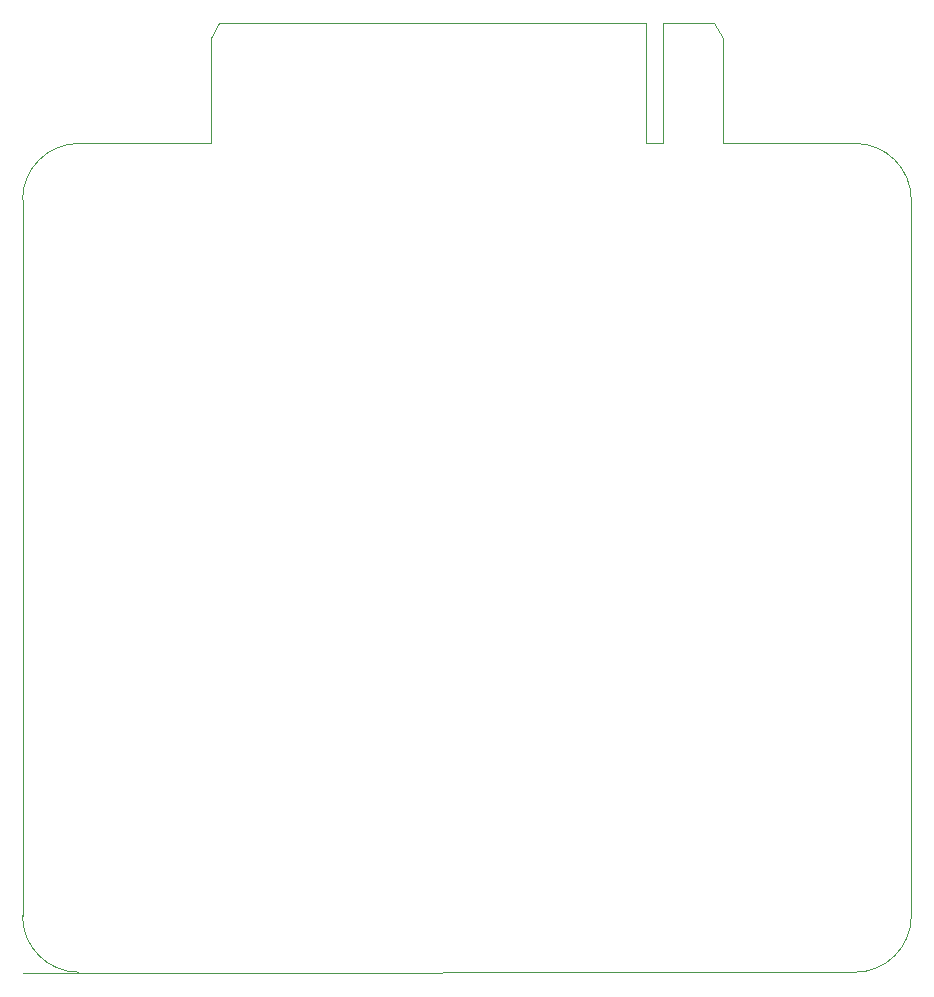
<source format=gbr>
%TF.GenerationSoftware,KiCad,Pcbnew,(6.0.0)*%
%TF.CreationDate,2023-01-29T22:37:32-05:00*%
%TF.ProjectId,TRS-80-M3-VID1,5452532d-3830-42d4-9d33-2d564944312e,rev?*%
%TF.SameCoordinates,Original*%
%TF.FileFunction,Profile,NP*%
%FSLAX46Y46*%
G04 Gerber Fmt 4.6, Leading zero omitted, Abs format (unit mm)*
G04 Created by KiCad (PCBNEW (6.0.0)) date 2023-01-29 22:37:32*
%MOMM*%
%LPD*%
G01*
G04 APERTURE LIST*
%TA.AperFunction,Profile*%
%ADD10C,0.050000*%
%TD*%
G04 APERTURE END LIST*
D10*
X154514550Y-44450000D02*
X165735000Y-44450000D01*
X165735000Y-114617500D02*
X95250000Y-114681000D01*
X95250000Y-109855000D02*
X95250000Y-49212500D01*
X100012500Y-44450000D02*
G75*
G03*
X95250000Y-49212500I0J-4762500D01*
G01*
X170497500Y-49212500D02*
X170497500Y-109855000D01*
X165735000Y-114617500D02*
G75*
G03*
X170497500Y-109855000I0J4762500D01*
G01*
X170497500Y-49212500D02*
G75*
G03*
X165735000Y-44450000I-4762500J0D01*
G01*
X100012500Y-44450000D02*
X111232950Y-44450000D01*
X95250000Y-109855000D02*
G75*
G03*
X100012500Y-114617500I4762500J0D01*
G01*
%TO.C,J1*%
X149434550Y-44450000D02*
X148012150Y-44450000D01*
X149434550Y-34290000D02*
X149434550Y-44450000D01*
X154514550Y-35560000D02*
X153828750Y-34290000D01*
X153828750Y-34290000D02*
X149434550Y-34290000D01*
X154514550Y-44450000D02*
X154514550Y-35560000D01*
X111232950Y-35560000D02*
X111232950Y-44450000D01*
X111918750Y-34290000D02*
X111232950Y-35560000D01*
X148012150Y-34290000D02*
X111918750Y-34290000D01*
X148012150Y-44450000D02*
X148012150Y-34290000D01*
%TD*%
M02*

</source>
